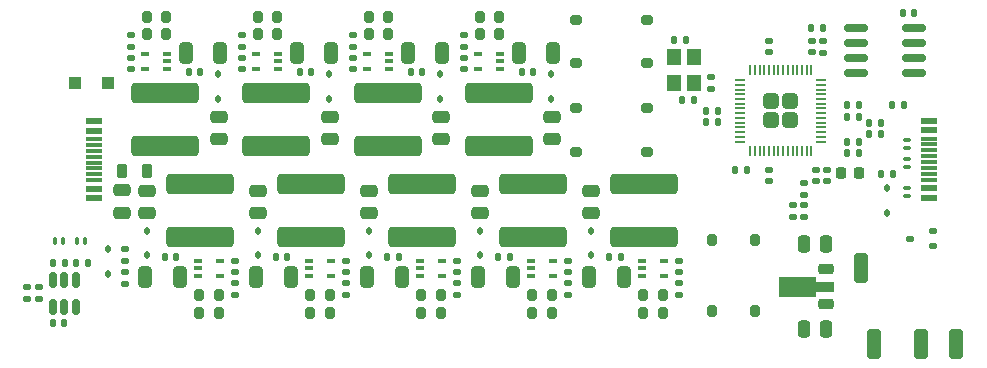
<source format=gtp>
G04 #@! TF.GenerationSoftware,KiCad,Pcbnew,9.0.1-rc2*
G04 #@! TF.CreationDate,2025-11-09T15:09:06-08:00*
G04 #@! TF.ProjectId,bsl_drv_v1,62736c5f-6472-4765-9f76-312e6b696361,rev?*
G04 #@! TF.SameCoordinates,Original*
G04 #@! TF.FileFunction,Paste,Top*
G04 #@! TF.FilePolarity,Positive*
%FSLAX46Y46*%
G04 Gerber Fmt 4.6, Leading zero omitted, Abs format (unit mm)*
G04 Created by KiCad (PCBNEW 9.0.1-rc2) date 2025-11-09 15:09:06*
%MOMM*%
%LPD*%
G01*
G04 APERTURE LIST*
G04 Aperture macros list*
%AMRoundRect*
0 Rectangle with rounded corners*
0 $1 Rounding radius*
0 $2 $3 $4 $5 $6 $7 $8 $9 X,Y pos of 4 corners*
0 Add a 4 corners polygon primitive as box body*
4,1,4,$2,$3,$4,$5,$6,$7,$8,$9,$2,$3,0*
0 Add four circle primitives for the rounded corners*
1,1,$1+$1,$2,$3*
1,1,$1+$1,$4,$5*
1,1,$1+$1,$6,$7*
1,1,$1+$1,$8,$9*
0 Add four rect primitives between the rounded corners*
20,1,$1+$1,$2,$3,$4,$5,0*
20,1,$1+$1,$4,$5,$6,$7,0*
20,1,$1+$1,$6,$7,$8,$9,0*
20,1,$1+$1,$8,$9,$2,$3,0*%
%AMFreePoly0*
4,1,9,3.862500,-0.866500,0.737500,-0.866500,0.737500,-0.450000,-0.737500,-0.450000,-0.737500,0.450000,0.737500,0.450000,0.737500,0.866500,3.862500,0.866500,3.862500,-0.866500,3.862500,-0.866500,$1*%
G04 Aperture macros list end*
%ADD10RoundRect,0.112500X0.237500X-0.112500X0.237500X0.112500X-0.237500X0.112500X-0.237500X-0.112500X0*%
%ADD11RoundRect,0.250000X0.300000X0.300000X-0.300000X0.300000X-0.300000X-0.300000X0.300000X-0.300000X0*%
%ADD12RoundRect,0.112500X0.112500X-0.187500X0.112500X0.187500X-0.112500X0.187500X-0.112500X-0.187500X0*%
%ADD13RoundRect,0.112500X-0.112500X0.187500X-0.112500X-0.187500X0.112500X-0.187500X0.112500X0.187500X0*%
%ADD14RoundRect,0.150000X0.150000X-0.512500X0.150000X0.512500X-0.150000X0.512500X-0.150000X-0.512500X0*%
%ADD15RoundRect,0.100000X-0.225000X-0.100000X0.225000X-0.100000X0.225000X0.100000X-0.225000X0.100000X0*%
%ADD16RoundRect,0.100000X0.225000X0.100000X-0.225000X0.100000X-0.225000X-0.100000X0.225000X-0.100000X0*%
%ADD17RoundRect,0.250000X-0.475000X0.250000X-0.475000X-0.250000X0.475000X-0.250000X0.475000X0.250000X0*%
%ADD18RoundRect,0.135000X0.185000X-0.135000X0.185000X0.135000X-0.185000X0.135000X-0.185000X-0.135000X0*%
%ADD19RoundRect,0.200000X0.200000X0.275000X-0.200000X0.275000X-0.200000X-0.275000X0.200000X-0.275000X0*%
%ADD20RoundRect,0.250000X-2.600000X0.600000X-2.600000X-0.600000X2.600000X-0.600000X2.600000X0.600000X0*%
%ADD21RoundRect,0.140000X-0.170000X0.140000X-0.170000X-0.140000X0.170000X-0.140000X0.170000X0.140000X0*%
%ADD22RoundRect,0.250000X-0.325000X-0.650000X0.325000X-0.650000X0.325000X0.650000X-0.325000X0.650000X0*%
%ADD23RoundRect,0.140000X-0.140000X-0.170000X0.140000X-0.170000X0.140000X0.170000X-0.140000X0.170000X0*%
%ADD24RoundRect,0.250000X0.350000X1.000000X-0.350000X1.000000X-0.350000X-1.000000X0.350000X-1.000000X0*%
%ADD25RoundRect,0.200000X-0.300000X-0.200000X0.300000X-0.200000X0.300000X0.200000X-0.300000X0.200000X0*%
%ADD26RoundRect,0.250000X0.325000X0.650000X-0.325000X0.650000X-0.325000X-0.650000X0.325000X-0.650000X0*%
%ADD27RoundRect,0.250000X2.600000X-0.600000X2.600000X0.600000X-2.600000X0.600000X-2.600000X-0.600000X0*%
%ADD28RoundRect,0.135000X-0.185000X0.135000X-0.185000X-0.135000X0.185000X-0.135000X0.185000X0.135000X0*%
%ADD29RoundRect,0.200000X-0.200000X-0.275000X0.200000X-0.275000X0.200000X0.275000X-0.200000X0.275000X0*%
%ADD30RoundRect,0.140000X0.170000X-0.140000X0.170000X0.140000X-0.170000X0.140000X-0.170000X-0.140000X0*%
%ADD31RoundRect,0.140000X0.140000X0.170000X-0.140000X0.170000X-0.140000X-0.170000X0.140000X-0.170000X0*%
%ADD32RoundRect,0.250000X0.475000X-0.250000X0.475000X0.250000X-0.475000X0.250000X-0.475000X-0.250000X0*%
%ADD33RoundRect,0.135000X-0.135000X-0.185000X0.135000X-0.185000X0.135000X0.185000X-0.135000X0.185000X0*%
%ADD34RoundRect,0.150000X-0.825000X-0.150000X0.825000X-0.150000X0.825000X0.150000X-0.825000X0.150000X0*%
%ADD35RoundRect,0.250000X0.250000X0.475000X-0.250000X0.475000X-0.250000X-0.475000X0.250000X-0.475000X0*%
%ADD36R,1.450000X0.600000*%
%ADD37R,1.450000X0.300000*%
%ADD38R,1.200000X1.400000*%
%ADD39RoundRect,0.218750X0.218750X0.256250X-0.218750X0.256250X-0.218750X-0.256250X0.218750X-0.256250X0*%
%ADD40RoundRect,0.225000X0.425000X0.225000X-0.425000X0.225000X-0.425000X-0.225000X0.425000X-0.225000X0*%
%ADD41FreePoly0,180.000000*%
%ADD42RoundRect,0.135000X0.135000X0.185000X-0.135000X0.185000X-0.135000X-0.185000X0.135000X-0.185000X0*%
%ADD43RoundRect,0.218750X-0.218750X-0.381250X0.218750X-0.381250X0.218750X0.381250X-0.218750X0.381250X0*%
%ADD44RoundRect,0.200000X0.300000X0.200000X-0.300000X0.200000X-0.300000X-0.200000X0.300000X-0.200000X0*%
%ADD45RoundRect,0.050000X0.100000X0.250000X-0.100000X0.250000X-0.100000X-0.250000X0.100000X-0.250000X0*%
%ADD46RoundRect,0.200000X-0.200000X0.300000X-0.200000X-0.300000X0.200000X-0.300000X0.200000X0.300000X0*%
%ADD47RoundRect,0.050000X0.250000X-0.100000X0.250000X0.100000X-0.250000X0.100000X-0.250000X-0.100000X0*%
%ADD48RoundRect,0.050000X-0.100000X-0.250000X0.100000X-0.250000X0.100000X0.250000X-0.100000X0.250000X0*%
%ADD49RoundRect,0.250000X-0.250000X-0.475000X0.250000X-0.475000X0.250000X0.475000X-0.250000X0.475000X0*%
%ADD50RoundRect,0.050000X-0.250000X0.100000X-0.250000X-0.100000X0.250000X-0.100000X0.250000X0.100000X0*%
%ADD51RoundRect,0.249999X-0.395001X0.395001X-0.395001X-0.395001X0.395001X-0.395001X0.395001X0.395001X0*%
%ADD52RoundRect,0.050000X-0.050000X0.387500X-0.050000X-0.387500X0.050000X-0.387500X0.050000X0.387500X0*%
%ADD53RoundRect,0.050000X-0.387500X0.050000X-0.387500X-0.050000X0.387500X-0.050000X0.387500X0.050000X0*%
G04 APERTURE END LIST*
D10*
X118700000Y-106350000D03*
X118700000Y-105050000D03*
X116700000Y-105700000D03*
D11*
X48850000Y-92500000D03*
X46050000Y-92500000D03*
D12*
X80324999Y-107115000D03*
X80324999Y-105015000D03*
D13*
X86375001Y-91785000D03*
X86375001Y-93885000D03*
D12*
X52124999Y-107115000D03*
X52124999Y-105015000D03*
X114774999Y-103500000D03*
X114774999Y-101400000D03*
X89724999Y-107115001D03*
X89724999Y-105015001D03*
D13*
X76975000Y-91785000D03*
X76975000Y-93885000D03*
D12*
X61524999Y-107115000D03*
X61524999Y-105015000D03*
X70924999Y-107115000D03*
X70924999Y-105015000D03*
D13*
X67575001Y-91785000D03*
X67575001Y-93885000D03*
D12*
X48800000Y-108700000D03*
X48800000Y-106600000D03*
D14*
X44200000Y-111450000D03*
X45150000Y-111450000D03*
X46100000Y-111450000D03*
X46100000Y-109175000D03*
X45150000Y-109175000D03*
X44200000Y-109175000D03*
D15*
X84649999Y-107565000D03*
X84649999Y-108215000D03*
X84649999Y-108865000D03*
X86549999Y-108865000D03*
X86549999Y-107565000D03*
D16*
X82050001Y-91335000D03*
X82050001Y-90685000D03*
X82050001Y-90035000D03*
X80150001Y-90035000D03*
X80150001Y-91335000D03*
D15*
X56449999Y-107565000D03*
X56449999Y-108215000D03*
X56449999Y-108865000D03*
X58349999Y-108865000D03*
X58349999Y-107565000D03*
D16*
X72650000Y-91335000D03*
X72650000Y-90685000D03*
X72650000Y-90035000D03*
X70750000Y-90035000D03*
X70750000Y-91335000D03*
D15*
X65849999Y-107565000D03*
X65849999Y-108215000D03*
X65849999Y-108865000D03*
X67749999Y-108865000D03*
X67749999Y-107565000D03*
X94049999Y-107565000D03*
X94049999Y-108215000D03*
X94049999Y-108865000D03*
X95949999Y-108865000D03*
X95949999Y-107565000D03*
D16*
X63250001Y-91335000D03*
X63250001Y-90685000D03*
X63250001Y-90035000D03*
X61350001Y-90035000D03*
X61350001Y-91335000D03*
D15*
X75249999Y-107565000D03*
X75249999Y-108215000D03*
X75249999Y-108865000D03*
X77149999Y-108865000D03*
X77149999Y-107565000D03*
D17*
X80300000Y-103514999D03*
X80300000Y-101615001D03*
D18*
X87749999Y-109405001D03*
X87749999Y-110424999D03*
D19*
X84744999Y-111965000D03*
X86394999Y-111965000D03*
X84749999Y-110500000D03*
X86399999Y-110500000D03*
D20*
X84800000Y-105550000D03*
X84800000Y-101050000D03*
D21*
X87749999Y-108545000D03*
X87749999Y-107585000D03*
D22*
X83100000Y-108915000D03*
X80149998Y-108915000D03*
D23*
X82829999Y-107280000D03*
X81869999Y-107280000D03*
D24*
X117650000Y-114650000D03*
X120649999Y-114650000D03*
X112549999Y-108150000D03*
X113650000Y-114650000D03*
D25*
X94500000Y-98350000D03*
X88500000Y-98350000D03*
X94500000Y-94650000D03*
X88500000Y-94650000D03*
D26*
X83600000Y-89985000D03*
X86550002Y-89985000D03*
D27*
X81900000Y-93350000D03*
X81900000Y-97850000D03*
D28*
X78950001Y-89494999D03*
X78950001Y-88475001D03*
D29*
X81955001Y-86935000D03*
X80305001Y-86935000D03*
D30*
X78950001Y-90355000D03*
X78950001Y-91315000D03*
D31*
X83870001Y-91620000D03*
X84830001Y-91620000D03*
D32*
X86400000Y-95385001D03*
X86400000Y-97284999D03*
D29*
X81950001Y-88400000D03*
X80300001Y-88400000D03*
D21*
X59549999Y-108545000D03*
X59549999Y-107585000D03*
D18*
X59549999Y-109405001D03*
X59549999Y-110424999D03*
D23*
X54629999Y-107280000D03*
X53669999Y-107280000D03*
D19*
X56549999Y-110500000D03*
X58199999Y-110500000D03*
D17*
X52100000Y-103514999D03*
X52100000Y-101615001D03*
D22*
X54900000Y-108915000D03*
X51949998Y-108915000D03*
D19*
X56544999Y-111965000D03*
X58194999Y-111965000D03*
D20*
X56600000Y-105550000D03*
X56600000Y-101050000D03*
X94200000Y-105550000D03*
X94200000Y-101050000D03*
D33*
X44140001Y-107762499D03*
X45159999Y-107762499D03*
D31*
X75430000Y-91620000D03*
X74470000Y-91620000D03*
D34*
X112124999Y-87845000D03*
X112124999Y-89115000D03*
X112124999Y-90385000D03*
X112124999Y-91655000D03*
X117074999Y-91655000D03*
X117074999Y-90385000D03*
X117074999Y-89115000D03*
X117074999Y-87845000D03*
D35*
X109649999Y-106162500D03*
X107750001Y-106162500D03*
D18*
X68949999Y-110424999D03*
X68949999Y-109405001D03*
D36*
X118328999Y-102212479D03*
X118328999Y-101412480D03*
D37*
X118329000Y-100212479D03*
X118328999Y-99212479D03*
X118328999Y-98712479D03*
X118329000Y-97712479D03*
D36*
X118328999Y-96512478D03*
X118328999Y-95712479D03*
X118328999Y-95712479D03*
X118328999Y-96512478D03*
D37*
X118328999Y-97212479D03*
X118328999Y-98212479D03*
X118328999Y-99712479D03*
X118328999Y-100712479D03*
D36*
X118328999Y-101412480D03*
X118328999Y-102212479D03*
D28*
X42950000Y-109802502D03*
X42950000Y-110822500D03*
D30*
X108399999Y-89910000D03*
X108399999Y-88950000D03*
D28*
X50275000Y-108505003D03*
X50275000Y-109525001D03*
D31*
X117079999Y-86550000D03*
X116119999Y-86550000D03*
D33*
X115203999Y-94400000D03*
X116223999Y-94400000D03*
D28*
X60150001Y-88475001D03*
X60150001Y-89494999D03*
D31*
X100454999Y-94925000D03*
X99494999Y-94925000D03*
D38*
X96749999Y-90290001D03*
X96749999Y-92490001D03*
X98449999Y-92490001D03*
X98449999Y-90290001D03*
D33*
X46104999Y-107762499D03*
X47124997Y-107762499D03*
D21*
X106800000Y-102870000D03*
X106800000Y-103830000D03*
D33*
X108349998Y-87850000D03*
X109369998Y-87850000D03*
D20*
X75400000Y-101050000D03*
X75400000Y-105550000D03*
D18*
X109329998Y-89939999D03*
X109329998Y-88920001D03*
D31*
X97729998Y-88830002D03*
X96769998Y-88830002D03*
D23*
X111444998Y-95350000D03*
X112404998Y-95350000D03*
D31*
X66030001Y-91620000D03*
X65070001Y-91620000D03*
D30*
X69550000Y-91315000D03*
X69550000Y-90355000D03*
D21*
X108749999Y-99850000D03*
X108749999Y-100810000D03*
D32*
X76999999Y-97284999D03*
X76999999Y-95385001D03*
D29*
X61505001Y-86935000D03*
X63155001Y-86935000D03*
D18*
X50275000Y-107625000D03*
X50275000Y-106605002D03*
X42000000Y-110822499D03*
X42000000Y-109802501D03*
D23*
X63069999Y-107280000D03*
X64029999Y-107280000D03*
D32*
X67600000Y-97284999D03*
X67600000Y-95385001D03*
D21*
X104799999Y-99850000D03*
X104799999Y-100810000D03*
D19*
X67599999Y-110500000D03*
X65949999Y-110500000D03*
D18*
X99849999Y-93050000D03*
X99849999Y-92030002D03*
D23*
X111444999Y-94400000D03*
X112404999Y-94400000D03*
D17*
X61500000Y-101615001D03*
X61500000Y-103514999D03*
X50000000Y-103509999D03*
X50000000Y-101610001D03*
D21*
X78349999Y-107585000D03*
X78349999Y-108545000D03*
D23*
X72469999Y-107280000D03*
X73429999Y-107280000D03*
D21*
X107800000Y-102870000D03*
X107800000Y-103830000D03*
D39*
X112437500Y-100150000D03*
X110862498Y-100150000D03*
D30*
X104799999Y-89910000D03*
X104799999Y-88950000D03*
D23*
X111444998Y-97505000D03*
X112404998Y-97505000D03*
X97469999Y-93980002D03*
X98429999Y-93980002D03*
D29*
X70905000Y-86935000D03*
X72555000Y-86935000D03*
D36*
X47645000Y-95750000D03*
X47645000Y-96549999D03*
D37*
X47644999Y-97750000D03*
X47645000Y-98750000D03*
X47645000Y-99250000D03*
X47644999Y-100250000D03*
D36*
X47645000Y-101450001D03*
X47645000Y-102250000D03*
X47645000Y-102250000D03*
X47645000Y-101450001D03*
D37*
X47645000Y-100750000D03*
X47645000Y-99750000D03*
X47645000Y-98250000D03*
X47645000Y-97250000D03*
D36*
X47645000Y-96549999D03*
X47645000Y-95750000D03*
D23*
X44174999Y-112862498D03*
X45134999Y-112862498D03*
D40*
X109649999Y-111262500D03*
D41*
X109562498Y-109762500D03*
D40*
X109649999Y-108262500D03*
D42*
X115284998Y-100200000D03*
X114265000Y-100200000D03*
D22*
X89549998Y-108915000D03*
X92500000Y-108915000D03*
D27*
X72500000Y-97850000D03*
X72500000Y-93350000D03*
D43*
X49987500Y-99975000D03*
X52112500Y-99975000D03*
D21*
X68949999Y-107585000D03*
X68949999Y-108545000D03*
D17*
X89700000Y-101615001D03*
X89700000Y-103514999D03*
D26*
X77150001Y-89985000D03*
X74199999Y-89985000D03*
D19*
X95794999Y-111965001D03*
X94144999Y-111965001D03*
D44*
X94500000Y-90850000D03*
X88500000Y-90850000D03*
X94500000Y-87150000D03*
X88500000Y-87150000D03*
D17*
X70900000Y-101615001D03*
X70900000Y-103514999D03*
D22*
X70749998Y-108915000D03*
X73700000Y-108915000D03*
D33*
X101939998Y-99860000D03*
X102959998Y-99860000D03*
D26*
X67750002Y-89985000D03*
X64800000Y-89985000D03*
D19*
X67594999Y-111965000D03*
X65944999Y-111965000D03*
D29*
X61500001Y-88400000D03*
X63150001Y-88400000D03*
D45*
X45024998Y-105900000D03*
X44325000Y-105900000D03*
D46*
X103649999Y-105800001D03*
X103649999Y-111800001D03*
X99949999Y-105800001D03*
X99949999Y-111800001D03*
D47*
X116510000Y-102099999D03*
X116510000Y-101400001D03*
D23*
X91269999Y-107280000D03*
X92229999Y-107280000D03*
D19*
X76994999Y-111965000D03*
X75344999Y-111965000D03*
D48*
X46225000Y-105900000D03*
X46924998Y-105900000D03*
D29*
X70900000Y-88400000D03*
X72550000Y-88400000D03*
D47*
X116510000Y-99624998D03*
X116510000Y-98925000D03*
D42*
X114309998Y-95900000D03*
X113290000Y-95900000D03*
D28*
X107799999Y-100940001D03*
X107799999Y-101959999D03*
D33*
X113290000Y-96850000D03*
X114309998Y-96850000D03*
D18*
X97149999Y-110424999D03*
X97149999Y-109405001D03*
X78349999Y-110424999D03*
X78349999Y-109405001D03*
D19*
X95799999Y-110500000D03*
X94149999Y-110500000D03*
D21*
X109699999Y-99850000D03*
X109699999Y-100810000D03*
D49*
X107750001Y-113362500D03*
X109649999Y-113362500D03*
D23*
X111444999Y-98455000D03*
X112404999Y-98455000D03*
D20*
X66000000Y-101050000D03*
X66000000Y-105550000D03*
D28*
X69550000Y-88475001D03*
X69550000Y-89494999D03*
D31*
X100455000Y-95850000D03*
X99495000Y-95850000D03*
D19*
X76999999Y-110500000D03*
X75349999Y-110500000D03*
D50*
X116510000Y-97300001D03*
X116510000Y-97999999D03*
D21*
X97149999Y-107585000D03*
X97149999Y-108545000D03*
D27*
X63100000Y-97850000D03*
X63100000Y-93350000D03*
D30*
X60150001Y-91315000D03*
X60150001Y-90355000D03*
D22*
X61349998Y-108915000D03*
X64300000Y-108915000D03*
D51*
X106594999Y-94070000D03*
X104994999Y-94070000D03*
X106594999Y-95670000D03*
X104994999Y-95670000D03*
D52*
X108394999Y-91432500D03*
X107994998Y-91432500D03*
X107594999Y-91432500D03*
X107194999Y-91432500D03*
X106794999Y-91432500D03*
X106395000Y-91432500D03*
X105994999Y-91432500D03*
X105594999Y-91432500D03*
X105194998Y-91432500D03*
X104794999Y-91432500D03*
X104394999Y-91432500D03*
X103994999Y-91432500D03*
X103595000Y-91432500D03*
X103194999Y-91432500D03*
D53*
X102357499Y-92270000D03*
X102357499Y-92670001D03*
X102357499Y-93070000D03*
X102357499Y-93470000D03*
X102357499Y-93870000D03*
X102357499Y-94269999D03*
X102357499Y-94670000D03*
X102357499Y-95070000D03*
X102357499Y-95470001D03*
X102357499Y-95870000D03*
X102357499Y-96270000D03*
X102357499Y-96670000D03*
X102357499Y-97069999D03*
X102357499Y-97470000D03*
D52*
X103194999Y-98307500D03*
X103595000Y-98307500D03*
X103994999Y-98307500D03*
X104394999Y-98307500D03*
X104794999Y-98307500D03*
X105194998Y-98307500D03*
X105594999Y-98307500D03*
X105994999Y-98307500D03*
X106395000Y-98307500D03*
X106794999Y-98307500D03*
X107194999Y-98307500D03*
X107594999Y-98307500D03*
X107994998Y-98307500D03*
X108394999Y-98307500D03*
D53*
X109232499Y-97470000D03*
X109232499Y-97069999D03*
X109232499Y-96670000D03*
X109232499Y-96270000D03*
X109232499Y-95870000D03*
X109232499Y-95470001D03*
X109232499Y-95070000D03*
X109232499Y-94670000D03*
X109232499Y-94269999D03*
X109232499Y-93870000D03*
X109232499Y-93470000D03*
X109232499Y-93070000D03*
X109232499Y-92670001D03*
X109232499Y-92270000D03*
D13*
X58175001Y-91785000D03*
X58175001Y-93885000D03*
D16*
X53850001Y-91335000D03*
X53850001Y-90685000D03*
X53850001Y-90035000D03*
X51950001Y-90035000D03*
X51950001Y-91335000D03*
D28*
X50750001Y-88475001D03*
X50750001Y-89494999D03*
D29*
X52100001Y-88400000D03*
X53750001Y-88400000D03*
D32*
X58200000Y-97284999D03*
X58200000Y-95385001D03*
D29*
X52105001Y-86935000D03*
X53755001Y-86935000D03*
D31*
X56630001Y-91620000D03*
X55670001Y-91620000D03*
D30*
X50750001Y-91315000D03*
X50750001Y-90355000D03*
D26*
X58350002Y-89985000D03*
X55400000Y-89985000D03*
D27*
X53700000Y-97850000D03*
X53700000Y-93350000D03*
M02*

</source>
